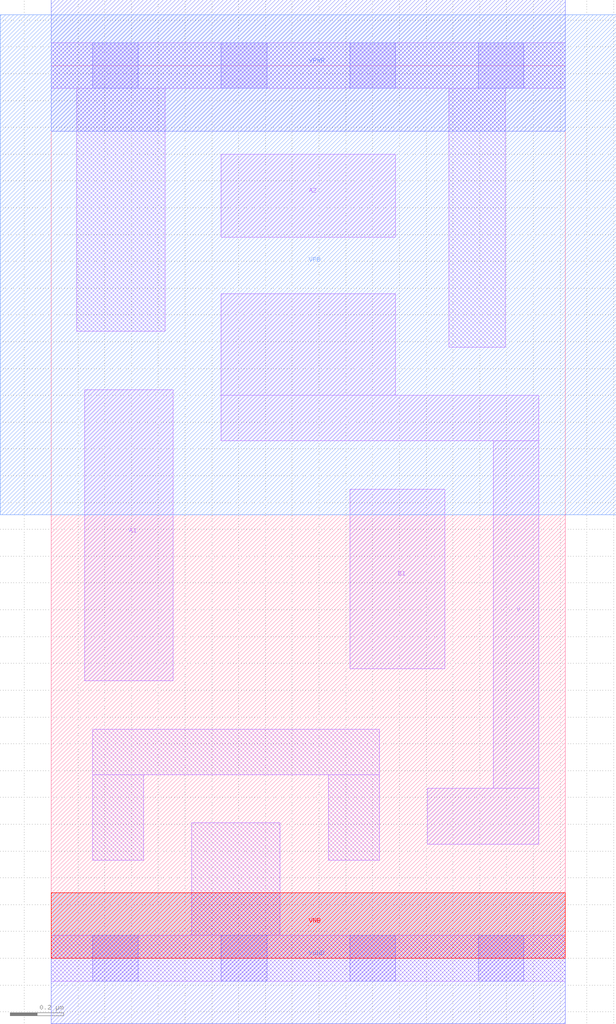
<source format=lef>
# Copyright 2020 The SkyWater PDK Authors
#
# Licensed under the Apache License, Version 2.0 (the "License");
# you may not use this file except in compliance with the License.
# You may obtain a copy of the License at
#
#     https://www.apache.org/licenses/LICENSE-2.0
#
# Unless required by applicable law or agreed to in writing, software
# distributed under the License is distributed on an "AS IS" BASIS,
# WITHOUT WARRANTIES OR CONDITIONS OF ANY KIND, either express or implied.
# See the License for the specific language governing permissions and
# limitations under the License.
#
# SPDX-License-Identifier: Apache-2.0

VERSION 5.7 ;
  NOWIREEXTENSIONATPIN ON ;
  DIVIDERCHAR "/" ;
  BUSBITCHARS "[]" ;
MACRO sky130_fd_sc_lp__o21ai_m
  CLASS CORE ;
  FOREIGN sky130_fd_sc_lp__o21ai_m ;
  ORIGIN  0.000000  0.000000 ;
  SIZE  1.920000 BY  3.330000 ;
  SYMMETRY X Y R90 ;
  SITE unit ;
  PIN A1
    ANTENNAGATEAREA  0.126000 ;
    DIRECTION INPUT ;
    USE SIGNAL ;
    PORT
      LAYER li1 ;
        RECT 0.125000 1.035000 0.455000 2.120000 ;
    END
  END A1
  PIN A2
    ANTENNAGATEAREA  0.126000 ;
    DIRECTION INPUT ;
    USE SIGNAL ;
    PORT
      LAYER li1 ;
        RECT 0.635000 2.690000 1.285000 3.000000 ;
    END
  END A2
  PIN B1
    ANTENNAGATEAREA  0.126000 ;
    DIRECTION INPUT ;
    USE SIGNAL ;
    PORT
      LAYER li1 ;
        RECT 1.115000 1.080000 1.470000 1.750000 ;
    END
  END B1
  PIN Y
    ANTENNADIFFAREA  0.283500 ;
    DIRECTION OUTPUT ;
    USE SIGNAL ;
    PORT
      LAYER li1 ;
        RECT 0.635000 1.930000 1.820000 2.100000 ;
        RECT 0.635000 2.100000 1.285000 2.480000 ;
        RECT 1.405000 0.425000 1.820000 0.635000 ;
        RECT 1.650000 0.635000 1.820000 1.930000 ;
    END
  END Y
  PIN VGND
    DIRECTION INOUT ;
    USE GROUND ;
    PORT
      LAYER met1 ;
        RECT 0.000000 -0.245000 1.920000 0.245000 ;
    END
  END VGND
  PIN VNB
    DIRECTION INOUT ;
    USE GROUND ;
    PORT
      LAYER pwell ;
        RECT 0.000000 0.000000 1.920000 0.245000 ;
    END
  END VNB
  PIN VPB
    DIRECTION INOUT ;
    USE POWER ;
    PORT
      LAYER nwell ;
        RECT -0.190000 1.655000 2.110000 3.520000 ;
    END
  END VPB
  PIN VPWR
    DIRECTION INOUT ;
    USE POWER ;
    PORT
      LAYER met1 ;
        RECT 0.000000 3.085000 1.920000 3.575000 ;
    END
  END VPWR
  OBS
    LAYER li1 ;
      RECT 0.000000 -0.085000 1.920000 0.085000 ;
      RECT 0.000000  3.245000 1.920000 3.415000 ;
      RECT 0.095000  2.340000 0.425000 3.245000 ;
      RECT 0.155000  0.365000 0.345000 0.685000 ;
      RECT 0.155000  0.685000 1.225000 0.855000 ;
      RECT 0.525000  0.085000 0.855000 0.505000 ;
      RECT 1.035000  0.365000 1.225000 0.685000 ;
      RECT 1.485000  2.280000 1.695000 3.245000 ;
    LAYER mcon ;
      RECT 0.155000 -0.085000 0.325000 0.085000 ;
      RECT 0.155000  3.245000 0.325000 3.415000 ;
      RECT 0.635000 -0.085000 0.805000 0.085000 ;
      RECT 0.635000  3.245000 0.805000 3.415000 ;
      RECT 1.115000 -0.085000 1.285000 0.085000 ;
      RECT 1.115000  3.245000 1.285000 3.415000 ;
      RECT 1.595000 -0.085000 1.765000 0.085000 ;
      RECT 1.595000  3.245000 1.765000 3.415000 ;
  END
END sky130_fd_sc_lp__o21ai_m
END LIBRARY

</source>
